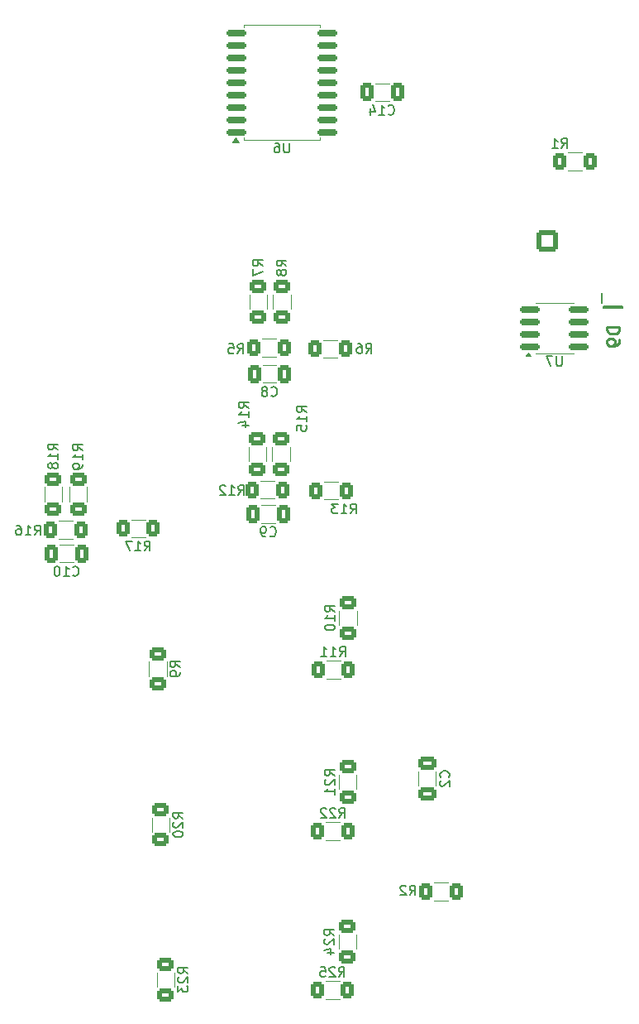
<source format=gbr>
%TF.GenerationSoftware,KiCad,Pcbnew,9.0.0*%
%TF.CreationDate,2025-03-14T13:06:40-07:00*%
%TF.ProjectId,AMS - CANBus - Dinger,414d5320-2d20-4434-914e-427573202d20,rev?*%
%TF.SameCoordinates,Original*%
%TF.FileFunction,Legend,Bot*%
%TF.FilePolarity,Positive*%
%FSLAX46Y46*%
G04 Gerber Fmt 4.6, Leading zero omitted, Abs format (unit mm)*
G04 Created by KiCad (PCBNEW 9.0.0) date 2025-03-14 13:06:40*
%MOMM*%
%LPD*%
G01*
G04 APERTURE LIST*
G04 Aperture macros list*
%AMRoundRect*
0 Rectangle with rounded corners*
0 $1 Rounding radius*
0 $2 $3 $4 $5 $6 $7 $8 $9 X,Y pos of 4 corners*
0 Add a 4 corners polygon primitive as box body*
4,1,4,$2,$3,$4,$5,$6,$7,$8,$9,$2,$3,0*
0 Add four circle primitives for the rounded corners*
1,1,$1+$1,$2,$3*
1,1,$1+$1,$4,$5*
1,1,$1+$1,$6,$7*
1,1,$1+$1,$8,$9*
0 Add four rect primitives between the rounded corners*
20,1,$1+$1,$2,$3,$4,$5,0*
20,1,$1+$1,$4,$5,$6,$7,0*
20,1,$1+$1,$6,$7,$8,$9,0*
20,1,$1+$1,$8,$9,$2,$3,0*%
G04 Aperture macros list end*
%ADD10C,0.150000*%
%ADD11C,0.254000*%
%ADD12C,0.120000*%
%ADD13C,0.200000*%
%ADD14RoundRect,0.250000X0.650000X-0.412500X0.650000X0.412500X-0.650000X0.412500X-0.650000X-0.412500X0*%
%ADD15O,1.050000X1.500000*%
%ADD16R,1.050000X1.500000*%
%ADD17RoundRect,0.250000X-0.400000X-0.625000X0.400000X-0.625000X0.400000X0.625000X-0.400000X0.625000X0*%
%ADD18RoundRect,0.250000X-0.625000X0.400000X-0.625000X-0.400000X0.625000X-0.400000X0.625000X0.400000X0*%
%ADD19O,1.600000X1.600000*%
%ADD20R,1.600000X1.600000*%
%ADD21RoundRect,0.250000X0.625000X-0.400000X0.625000X0.400000X-0.625000X0.400000X-0.625000X-0.400000X0*%
%ADD22RoundRect,0.250000X0.400000X0.625000X-0.400000X0.625000X-0.400000X-0.625000X0.400000X-0.625000X0*%
%ADD23O,2.600000X2.600000*%
%ADD24R,2.600000X2.600000*%
%ADD25C,1.920000*%
%ADD26R,1.920000X1.920000*%
%ADD27O,1.500000X1.050000*%
%ADD28R,1.500000X1.050000*%
%ADD29C,1.150000*%
%ADD30R,1.150000X1.150000*%
%ADD31C,2.600000*%
%ADD32C,1.800000*%
%ADD33R,1.800000X1.800000*%
%ADD34O,1.700000X1.700000*%
%ADD35R,1.700000X1.700000*%
%ADD36R,1.500000X1.500000*%
%ADD37C,1.500000*%
%ADD38C,1.400000*%
%ADD39O,1.400000X1.400000*%
%ADD40C,2.400000*%
%ADD41C,2.100000*%
%ADD42R,2.200000X2.200000*%
%ADD43O,2.200000X2.200000*%
%ADD44RoundRect,0.249999X-0.850001X-0.850001X0.850001X-0.850001X0.850001X0.850001X-0.850001X0.850001X0*%
%ADD45C,2.200000*%
%ADD46RoundRect,0.150000X-0.825000X-0.150000X0.825000X-0.150000X0.825000X0.150000X-0.825000X0.150000X0*%
%ADD47RoundRect,0.250000X-0.412500X-0.650000X0.412500X-0.650000X0.412500X0.650000X-0.412500X0.650000X0*%
%ADD48R,0.550000X1.000000*%
%ADD49RoundRect,0.150000X-0.875000X-0.150000X0.875000X-0.150000X0.875000X0.150000X-0.875000X0.150000X0*%
G04 APERTURE END LIST*
D10*
X121433780Y-121106433D02*
X121481400Y-121058814D01*
X121481400Y-121058814D02*
X121529019Y-120915957D01*
X121529019Y-120915957D02*
X121529019Y-120820719D01*
X121529019Y-120820719D02*
X121481400Y-120677862D01*
X121481400Y-120677862D02*
X121386161Y-120582624D01*
X121386161Y-120582624D02*
X121290923Y-120535005D01*
X121290923Y-120535005D02*
X121100447Y-120487386D01*
X121100447Y-120487386D02*
X120957590Y-120487386D01*
X120957590Y-120487386D02*
X120767114Y-120535005D01*
X120767114Y-120535005D02*
X120671876Y-120582624D01*
X120671876Y-120582624D02*
X120576638Y-120677862D01*
X120576638Y-120677862D02*
X120529019Y-120820719D01*
X120529019Y-120820719D02*
X120529019Y-120915957D01*
X120529019Y-120915957D02*
X120576638Y-121058814D01*
X120576638Y-121058814D02*
X120624257Y-121106433D01*
X120624257Y-121487386D02*
X120576638Y-121535005D01*
X120576638Y-121535005D02*
X120529019Y-121630243D01*
X120529019Y-121630243D02*
X120529019Y-121868338D01*
X120529019Y-121868338D02*
X120576638Y-121963576D01*
X120576638Y-121963576D02*
X120624257Y-122011195D01*
X120624257Y-122011195D02*
X120719495Y-122058814D01*
X120719495Y-122058814D02*
X120814733Y-122058814D01*
X120814733Y-122058814D02*
X120957590Y-122011195D01*
X120957590Y-122011195D02*
X121529019Y-121439767D01*
X121529019Y-121439767D02*
X121529019Y-122058814D01*
X99822104Y-77787348D02*
X100155437Y-77311157D01*
X100393532Y-77787348D02*
X100393532Y-76787348D01*
X100393532Y-76787348D02*
X100012580Y-76787348D01*
X100012580Y-76787348D02*
X99917342Y-76834967D01*
X99917342Y-76834967D02*
X99869723Y-76882586D01*
X99869723Y-76882586D02*
X99822104Y-76977824D01*
X99822104Y-76977824D02*
X99822104Y-77120681D01*
X99822104Y-77120681D02*
X99869723Y-77215919D01*
X99869723Y-77215919D02*
X99917342Y-77263538D01*
X99917342Y-77263538D02*
X100012580Y-77311157D01*
X100012580Y-77311157D02*
X100393532Y-77311157D01*
X98917342Y-76787348D02*
X99393532Y-76787348D01*
X99393532Y-76787348D02*
X99441151Y-77263538D01*
X99441151Y-77263538D02*
X99393532Y-77215919D01*
X99393532Y-77215919D02*
X99298294Y-77168300D01*
X99298294Y-77168300D02*
X99060199Y-77168300D01*
X99060199Y-77168300D02*
X98964961Y-77215919D01*
X98964961Y-77215919D02*
X98917342Y-77263538D01*
X98917342Y-77263538D02*
X98869723Y-77358776D01*
X98869723Y-77358776D02*
X98869723Y-77596871D01*
X98869723Y-77596871D02*
X98917342Y-77692109D01*
X98917342Y-77692109D02*
X98964961Y-77739729D01*
X98964961Y-77739729D02*
X99060199Y-77787348D01*
X99060199Y-77787348D02*
X99298294Y-77787348D01*
X99298294Y-77787348D02*
X99393532Y-77739729D01*
X99393532Y-77739729D02*
X99441151Y-77692109D01*
X102383231Y-68810348D02*
X101907040Y-68477015D01*
X102383231Y-68238920D02*
X101383231Y-68238920D01*
X101383231Y-68238920D02*
X101383231Y-68619872D01*
X101383231Y-68619872D02*
X101430850Y-68715110D01*
X101430850Y-68715110D02*
X101478469Y-68762729D01*
X101478469Y-68762729D02*
X101573707Y-68810348D01*
X101573707Y-68810348D02*
X101716564Y-68810348D01*
X101716564Y-68810348D02*
X101811802Y-68762729D01*
X101811802Y-68762729D02*
X101859421Y-68715110D01*
X101859421Y-68715110D02*
X101907040Y-68619872D01*
X101907040Y-68619872D02*
X101907040Y-68238920D01*
X101383231Y-69143682D02*
X101383231Y-69810348D01*
X101383231Y-69810348D02*
X102383231Y-69381777D01*
X104812904Y-68826319D02*
X104336713Y-68492986D01*
X104812904Y-68254891D02*
X103812904Y-68254891D01*
X103812904Y-68254891D02*
X103812904Y-68635843D01*
X103812904Y-68635843D02*
X103860523Y-68731081D01*
X103860523Y-68731081D02*
X103908142Y-68778700D01*
X103908142Y-68778700D02*
X104003380Y-68826319D01*
X104003380Y-68826319D02*
X104146237Y-68826319D01*
X104146237Y-68826319D02*
X104241475Y-68778700D01*
X104241475Y-68778700D02*
X104289094Y-68731081D01*
X104289094Y-68731081D02*
X104336713Y-68635843D01*
X104336713Y-68635843D02*
X104336713Y-68254891D01*
X104241475Y-69397748D02*
X104193856Y-69302510D01*
X104193856Y-69302510D02*
X104146237Y-69254891D01*
X104146237Y-69254891D02*
X104050999Y-69207272D01*
X104050999Y-69207272D02*
X104003380Y-69207272D01*
X104003380Y-69207272D02*
X103908142Y-69254891D01*
X103908142Y-69254891D02*
X103860523Y-69302510D01*
X103860523Y-69302510D02*
X103812904Y-69397748D01*
X103812904Y-69397748D02*
X103812904Y-69588224D01*
X103812904Y-69588224D02*
X103860523Y-69683462D01*
X103860523Y-69683462D02*
X103908142Y-69731081D01*
X103908142Y-69731081D02*
X104003380Y-69778700D01*
X104003380Y-69778700D02*
X104050999Y-69778700D01*
X104050999Y-69778700D02*
X104146237Y-69731081D01*
X104146237Y-69731081D02*
X104193856Y-69683462D01*
X104193856Y-69683462D02*
X104241475Y-69588224D01*
X104241475Y-69588224D02*
X104241475Y-69397748D01*
X104241475Y-69397748D02*
X104289094Y-69302510D01*
X104289094Y-69302510D02*
X104336713Y-69254891D01*
X104336713Y-69254891D02*
X104431951Y-69207272D01*
X104431951Y-69207272D02*
X104622427Y-69207272D01*
X104622427Y-69207272D02*
X104717665Y-69254891D01*
X104717665Y-69254891D02*
X104765285Y-69302510D01*
X104765285Y-69302510D02*
X104812904Y-69397748D01*
X104812904Y-69397748D02*
X104812904Y-69588224D01*
X104812904Y-69588224D02*
X104765285Y-69683462D01*
X104765285Y-69683462D02*
X104717665Y-69731081D01*
X104717665Y-69731081D02*
X104622427Y-69778700D01*
X104622427Y-69778700D02*
X104431951Y-69778700D01*
X104431951Y-69778700D02*
X104336713Y-69731081D01*
X104336713Y-69731081D02*
X104289094Y-69683462D01*
X104289094Y-69683462D02*
X104241475Y-69588224D01*
X109733119Y-120962042D02*
X109256928Y-120628709D01*
X109733119Y-120390614D02*
X108733119Y-120390614D01*
X108733119Y-120390614D02*
X108733119Y-120771566D01*
X108733119Y-120771566D02*
X108780738Y-120866804D01*
X108780738Y-120866804D02*
X108828357Y-120914423D01*
X108828357Y-120914423D02*
X108923595Y-120962042D01*
X108923595Y-120962042D02*
X109066452Y-120962042D01*
X109066452Y-120962042D02*
X109161690Y-120914423D01*
X109161690Y-120914423D02*
X109209309Y-120866804D01*
X109209309Y-120866804D02*
X109256928Y-120771566D01*
X109256928Y-120771566D02*
X109256928Y-120390614D01*
X108828357Y-121342995D02*
X108780738Y-121390614D01*
X108780738Y-121390614D02*
X108733119Y-121485852D01*
X108733119Y-121485852D02*
X108733119Y-121723947D01*
X108733119Y-121723947D02*
X108780738Y-121819185D01*
X108780738Y-121819185D02*
X108828357Y-121866804D01*
X108828357Y-121866804D02*
X108923595Y-121914423D01*
X108923595Y-121914423D02*
X109018833Y-121914423D01*
X109018833Y-121914423D02*
X109161690Y-121866804D01*
X109161690Y-121866804D02*
X109733119Y-121295376D01*
X109733119Y-121295376D02*
X109733119Y-121914423D01*
X109733119Y-122866804D02*
X109733119Y-122295376D01*
X109733119Y-122581090D02*
X108733119Y-122581090D01*
X108733119Y-122581090D02*
X108875976Y-122485852D01*
X108875976Y-122485852D02*
X108971214Y-122390614D01*
X108971214Y-122390614D02*
X109018833Y-122295376D01*
X94219019Y-125326342D02*
X93742828Y-124993009D01*
X94219019Y-124754914D02*
X93219019Y-124754914D01*
X93219019Y-124754914D02*
X93219019Y-125135866D01*
X93219019Y-125135866D02*
X93266638Y-125231104D01*
X93266638Y-125231104D02*
X93314257Y-125278723D01*
X93314257Y-125278723D02*
X93409495Y-125326342D01*
X93409495Y-125326342D02*
X93552352Y-125326342D01*
X93552352Y-125326342D02*
X93647590Y-125278723D01*
X93647590Y-125278723D02*
X93695209Y-125231104D01*
X93695209Y-125231104D02*
X93742828Y-125135866D01*
X93742828Y-125135866D02*
X93742828Y-124754914D01*
X93314257Y-125707295D02*
X93266638Y-125754914D01*
X93266638Y-125754914D02*
X93219019Y-125850152D01*
X93219019Y-125850152D02*
X93219019Y-126088247D01*
X93219019Y-126088247D02*
X93266638Y-126183485D01*
X93266638Y-126183485D02*
X93314257Y-126231104D01*
X93314257Y-126231104D02*
X93409495Y-126278723D01*
X93409495Y-126278723D02*
X93504733Y-126278723D01*
X93504733Y-126278723D02*
X93647590Y-126231104D01*
X93647590Y-126231104D02*
X94219019Y-125659676D01*
X94219019Y-125659676D02*
X94219019Y-126278723D01*
X93219019Y-126897771D02*
X93219019Y-126993009D01*
X93219019Y-126993009D02*
X93266638Y-127088247D01*
X93266638Y-127088247D02*
X93314257Y-127135866D01*
X93314257Y-127135866D02*
X93409495Y-127183485D01*
X93409495Y-127183485D02*
X93599971Y-127231104D01*
X93599971Y-127231104D02*
X93838066Y-127231104D01*
X93838066Y-127231104D02*
X94028542Y-127183485D01*
X94028542Y-127183485D02*
X94123780Y-127135866D01*
X94123780Y-127135866D02*
X94171400Y-127088247D01*
X94171400Y-127088247D02*
X94219019Y-126993009D01*
X94219019Y-126993009D02*
X94219019Y-126897771D01*
X94219019Y-126897771D02*
X94171400Y-126802533D01*
X94171400Y-126802533D02*
X94123780Y-126754914D01*
X94123780Y-126754914D02*
X94028542Y-126707295D01*
X94028542Y-126707295D02*
X93838066Y-126659676D01*
X93838066Y-126659676D02*
X93599971Y-126659676D01*
X93599971Y-126659676D02*
X93409495Y-126707295D01*
X93409495Y-126707295D02*
X93314257Y-126754914D01*
X93314257Y-126754914D02*
X93266638Y-126802533D01*
X93266638Y-126802533D02*
X93219019Y-126897771D01*
X110221357Y-125255619D02*
X110554690Y-124779428D01*
X110792785Y-125255619D02*
X110792785Y-124255619D01*
X110792785Y-124255619D02*
X110411833Y-124255619D01*
X110411833Y-124255619D02*
X110316595Y-124303238D01*
X110316595Y-124303238D02*
X110268976Y-124350857D01*
X110268976Y-124350857D02*
X110221357Y-124446095D01*
X110221357Y-124446095D02*
X110221357Y-124588952D01*
X110221357Y-124588952D02*
X110268976Y-124684190D01*
X110268976Y-124684190D02*
X110316595Y-124731809D01*
X110316595Y-124731809D02*
X110411833Y-124779428D01*
X110411833Y-124779428D02*
X110792785Y-124779428D01*
X109840404Y-124350857D02*
X109792785Y-124303238D01*
X109792785Y-124303238D02*
X109697547Y-124255619D01*
X109697547Y-124255619D02*
X109459452Y-124255619D01*
X109459452Y-124255619D02*
X109364214Y-124303238D01*
X109364214Y-124303238D02*
X109316595Y-124350857D01*
X109316595Y-124350857D02*
X109268976Y-124446095D01*
X109268976Y-124446095D02*
X109268976Y-124541333D01*
X109268976Y-124541333D02*
X109316595Y-124684190D01*
X109316595Y-124684190D02*
X109888023Y-125255619D01*
X109888023Y-125255619D02*
X109268976Y-125255619D01*
X108888023Y-124350857D02*
X108840404Y-124303238D01*
X108840404Y-124303238D02*
X108745166Y-124255619D01*
X108745166Y-124255619D02*
X108507071Y-124255619D01*
X108507071Y-124255619D02*
X108411833Y-124303238D01*
X108411833Y-124303238D02*
X108364214Y-124350857D01*
X108364214Y-124350857D02*
X108316595Y-124446095D01*
X108316595Y-124446095D02*
X108316595Y-124541333D01*
X108316595Y-124541333D02*
X108364214Y-124684190D01*
X108364214Y-124684190D02*
X108935642Y-125255619D01*
X108935642Y-125255619D02*
X108316595Y-125255619D01*
X109699919Y-137280542D02*
X109223728Y-136947209D01*
X109699919Y-136709114D02*
X108699919Y-136709114D01*
X108699919Y-136709114D02*
X108699919Y-137090066D01*
X108699919Y-137090066D02*
X108747538Y-137185304D01*
X108747538Y-137185304D02*
X108795157Y-137232923D01*
X108795157Y-137232923D02*
X108890395Y-137280542D01*
X108890395Y-137280542D02*
X109033252Y-137280542D01*
X109033252Y-137280542D02*
X109128490Y-137232923D01*
X109128490Y-137232923D02*
X109176109Y-137185304D01*
X109176109Y-137185304D02*
X109223728Y-137090066D01*
X109223728Y-137090066D02*
X109223728Y-136709114D01*
X108795157Y-137661495D02*
X108747538Y-137709114D01*
X108747538Y-137709114D02*
X108699919Y-137804352D01*
X108699919Y-137804352D02*
X108699919Y-138042447D01*
X108699919Y-138042447D02*
X108747538Y-138137685D01*
X108747538Y-138137685D02*
X108795157Y-138185304D01*
X108795157Y-138185304D02*
X108890395Y-138232923D01*
X108890395Y-138232923D02*
X108985633Y-138232923D01*
X108985633Y-138232923D02*
X109128490Y-138185304D01*
X109128490Y-138185304D02*
X109699919Y-137613876D01*
X109699919Y-137613876D02*
X109699919Y-138232923D01*
X109033252Y-139090066D02*
X109699919Y-139090066D01*
X108652300Y-138851971D02*
X109366585Y-138613876D01*
X109366585Y-138613876D02*
X109366585Y-139232923D01*
X109755619Y-104180942D02*
X109279428Y-103847609D01*
X109755619Y-103609514D02*
X108755619Y-103609514D01*
X108755619Y-103609514D02*
X108755619Y-103990466D01*
X108755619Y-103990466D02*
X108803238Y-104085704D01*
X108803238Y-104085704D02*
X108850857Y-104133323D01*
X108850857Y-104133323D02*
X108946095Y-104180942D01*
X108946095Y-104180942D02*
X109088952Y-104180942D01*
X109088952Y-104180942D02*
X109184190Y-104133323D01*
X109184190Y-104133323D02*
X109231809Y-104085704D01*
X109231809Y-104085704D02*
X109279428Y-103990466D01*
X109279428Y-103990466D02*
X109279428Y-103609514D01*
X109755619Y-105133323D02*
X109755619Y-104561895D01*
X109755619Y-104847609D02*
X108755619Y-104847609D01*
X108755619Y-104847609D02*
X108898476Y-104752371D01*
X108898476Y-104752371D02*
X108993714Y-104657133D01*
X108993714Y-104657133D02*
X109041333Y-104561895D01*
X108755619Y-105752371D02*
X108755619Y-105847609D01*
X108755619Y-105847609D02*
X108803238Y-105942847D01*
X108803238Y-105942847D02*
X108850857Y-105990466D01*
X108850857Y-105990466D02*
X108946095Y-106038085D01*
X108946095Y-106038085D02*
X109136571Y-106085704D01*
X109136571Y-106085704D02*
X109374666Y-106085704D01*
X109374666Y-106085704D02*
X109565142Y-106038085D01*
X109565142Y-106038085D02*
X109660380Y-105990466D01*
X109660380Y-105990466D02*
X109708000Y-105942847D01*
X109708000Y-105942847D02*
X109755619Y-105847609D01*
X109755619Y-105847609D02*
X109755619Y-105752371D01*
X109755619Y-105752371D02*
X109708000Y-105657133D01*
X109708000Y-105657133D02*
X109660380Y-105609514D01*
X109660380Y-105609514D02*
X109565142Y-105561895D01*
X109565142Y-105561895D02*
X109374666Y-105514276D01*
X109374666Y-105514276D02*
X109136571Y-105514276D01*
X109136571Y-105514276D02*
X108946095Y-105561895D01*
X108946095Y-105561895D02*
X108850857Y-105609514D01*
X108850857Y-105609514D02*
X108803238Y-105657133D01*
X108803238Y-105657133D02*
X108755619Y-105752371D01*
X93914519Y-109866533D02*
X93438328Y-109533200D01*
X93914519Y-109295105D02*
X92914519Y-109295105D01*
X92914519Y-109295105D02*
X92914519Y-109676057D01*
X92914519Y-109676057D02*
X92962138Y-109771295D01*
X92962138Y-109771295D02*
X93009757Y-109818914D01*
X93009757Y-109818914D02*
X93104995Y-109866533D01*
X93104995Y-109866533D02*
X93247852Y-109866533D01*
X93247852Y-109866533D02*
X93343090Y-109818914D01*
X93343090Y-109818914D02*
X93390709Y-109771295D01*
X93390709Y-109771295D02*
X93438328Y-109676057D01*
X93438328Y-109676057D02*
X93438328Y-109295105D01*
X93914519Y-110342724D02*
X93914519Y-110533200D01*
X93914519Y-110533200D02*
X93866900Y-110628438D01*
X93866900Y-110628438D02*
X93819280Y-110676057D01*
X93819280Y-110676057D02*
X93676423Y-110771295D01*
X93676423Y-110771295D02*
X93485947Y-110818914D01*
X93485947Y-110818914D02*
X93104995Y-110818914D01*
X93104995Y-110818914D02*
X93009757Y-110771295D01*
X93009757Y-110771295D02*
X92962138Y-110723676D01*
X92962138Y-110723676D02*
X92914519Y-110628438D01*
X92914519Y-110628438D02*
X92914519Y-110437962D01*
X92914519Y-110437962D02*
X92962138Y-110342724D01*
X92962138Y-110342724D02*
X93009757Y-110295105D01*
X93009757Y-110295105D02*
X93104995Y-110247486D01*
X93104995Y-110247486D02*
X93343090Y-110247486D01*
X93343090Y-110247486D02*
X93438328Y-110295105D01*
X93438328Y-110295105D02*
X93485947Y-110342724D01*
X93485947Y-110342724D02*
X93533566Y-110437962D01*
X93533566Y-110437962D02*
X93533566Y-110628438D01*
X93533566Y-110628438D02*
X93485947Y-110723676D01*
X93485947Y-110723676D02*
X93438328Y-110771295D01*
X93438328Y-110771295D02*
X93343090Y-110818914D01*
X94724319Y-141185342D02*
X94248128Y-140852009D01*
X94724319Y-140613914D02*
X93724319Y-140613914D01*
X93724319Y-140613914D02*
X93724319Y-140994866D01*
X93724319Y-140994866D02*
X93771938Y-141090104D01*
X93771938Y-141090104D02*
X93819557Y-141137723D01*
X93819557Y-141137723D02*
X93914795Y-141185342D01*
X93914795Y-141185342D02*
X94057652Y-141185342D01*
X94057652Y-141185342D02*
X94152890Y-141137723D01*
X94152890Y-141137723D02*
X94200509Y-141090104D01*
X94200509Y-141090104D02*
X94248128Y-140994866D01*
X94248128Y-140994866D02*
X94248128Y-140613914D01*
X93819557Y-141566295D02*
X93771938Y-141613914D01*
X93771938Y-141613914D02*
X93724319Y-141709152D01*
X93724319Y-141709152D02*
X93724319Y-141947247D01*
X93724319Y-141947247D02*
X93771938Y-142042485D01*
X93771938Y-142042485D02*
X93819557Y-142090104D01*
X93819557Y-142090104D02*
X93914795Y-142137723D01*
X93914795Y-142137723D02*
X94010033Y-142137723D01*
X94010033Y-142137723D02*
X94152890Y-142090104D01*
X94152890Y-142090104D02*
X94724319Y-141518676D01*
X94724319Y-141518676D02*
X94724319Y-142137723D01*
X93724319Y-142471057D02*
X93724319Y-143090104D01*
X93724319Y-143090104D02*
X94105271Y-142756771D01*
X94105271Y-142756771D02*
X94105271Y-142899628D01*
X94105271Y-142899628D02*
X94152890Y-142994866D01*
X94152890Y-142994866D02*
X94200509Y-143042485D01*
X94200509Y-143042485D02*
X94295747Y-143090104D01*
X94295747Y-143090104D02*
X94533842Y-143090104D01*
X94533842Y-143090104D02*
X94629080Y-143042485D01*
X94629080Y-143042485D02*
X94676700Y-142994866D01*
X94676700Y-142994866D02*
X94724319Y-142899628D01*
X94724319Y-142899628D02*
X94724319Y-142613914D01*
X94724319Y-142613914D02*
X94676700Y-142518676D01*
X94676700Y-142518676D02*
X94629080Y-142471057D01*
X110261257Y-108746819D02*
X110594590Y-108270628D01*
X110832685Y-108746819D02*
X110832685Y-107746819D01*
X110832685Y-107746819D02*
X110451733Y-107746819D01*
X110451733Y-107746819D02*
X110356495Y-107794438D01*
X110356495Y-107794438D02*
X110308876Y-107842057D01*
X110308876Y-107842057D02*
X110261257Y-107937295D01*
X110261257Y-107937295D02*
X110261257Y-108080152D01*
X110261257Y-108080152D02*
X110308876Y-108175390D01*
X110308876Y-108175390D02*
X110356495Y-108223009D01*
X110356495Y-108223009D02*
X110451733Y-108270628D01*
X110451733Y-108270628D02*
X110832685Y-108270628D01*
X109308876Y-108746819D02*
X109880304Y-108746819D01*
X109594590Y-108746819D02*
X109594590Y-107746819D01*
X109594590Y-107746819D02*
X109689828Y-107889676D01*
X109689828Y-107889676D02*
X109785066Y-107984914D01*
X109785066Y-107984914D02*
X109880304Y-108032533D01*
X108356495Y-108746819D02*
X108927923Y-108746819D01*
X108642209Y-108746819D02*
X108642209Y-107746819D01*
X108642209Y-107746819D02*
X108737447Y-107889676D01*
X108737447Y-107889676D02*
X108832685Y-107984914D01*
X108832685Y-107984914D02*
X108927923Y-108032533D01*
X110172957Y-141528819D02*
X110506290Y-141052628D01*
X110744385Y-141528819D02*
X110744385Y-140528819D01*
X110744385Y-140528819D02*
X110363433Y-140528819D01*
X110363433Y-140528819D02*
X110268195Y-140576438D01*
X110268195Y-140576438D02*
X110220576Y-140624057D01*
X110220576Y-140624057D02*
X110172957Y-140719295D01*
X110172957Y-140719295D02*
X110172957Y-140862152D01*
X110172957Y-140862152D02*
X110220576Y-140957390D01*
X110220576Y-140957390D02*
X110268195Y-141005009D01*
X110268195Y-141005009D02*
X110363433Y-141052628D01*
X110363433Y-141052628D02*
X110744385Y-141052628D01*
X109792004Y-140624057D02*
X109744385Y-140576438D01*
X109744385Y-140576438D02*
X109649147Y-140528819D01*
X109649147Y-140528819D02*
X109411052Y-140528819D01*
X109411052Y-140528819D02*
X109315814Y-140576438D01*
X109315814Y-140576438D02*
X109268195Y-140624057D01*
X109268195Y-140624057D02*
X109220576Y-140719295D01*
X109220576Y-140719295D02*
X109220576Y-140814533D01*
X109220576Y-140814533D02*
X109268195Y-140957390D01*
X109268195Y-140957390D02*
X109839623Y-141528819D01*
X109839623Y-141528819D02*
X109220576Y-141528819D01*
X108315814Y-140528819D02*
X108792004Y-140528819D01*
X108792004Y-140528819D02*
X108839623Y-141005009D01*
X108839623Y-141005009D02*
X108792004Y-140957390D01*
X108792004Y-140957390D02*
X108696766Y-140909771D01*
X108696766Y-140909771D02*
X108458671Y-140909771D01*
X108458671Y-140909771D02*
X108363433Y-140957390D01*
X108363433Y-140957390D02*
X108315814Y-141005009D01*
X108315814Y-141005009D02*
X108268195Y-141100247D01*
X108268195Y-141100247D02*
X108268195Y-141338342D01*
X108268195Y-141338342D02*
X108315814Y-141433580D01*
X108315814Y-141433580D02*
X108363433Y-141481200D01*
X108363433Y-141481200D02*
X108458671Y-141528819D01*
X108458671Y-141528819D02*
X108696766Y-141528819D01*
X108696766Y-141528819D02*
X108792004Y-141481200D01*
X108792004Y-141481200D02*
X108839623Y-141433580D01*
X117440695Y-133191685D02*
X117774028Y-132715494D01*
X118012123Y-133191685D02*
X118012123Y-132191685D01*
X118012123Y-132191685D02*
X117631171Y-132191685D01*
X117631171Y-132191685D02*
X117535933Y-132239304D01*
X117535933Y-132239304D02*
X117488314Y-132286923D01*
X117488314Y-132286923D02*
X117440695Y-132382161D01*
X117440695Y-132382161D02*
X117440695Y-132525018D01*
X117440695Y-132525018D02*
X117488314Y-132620256D01*
X117488314Y-132620256D02*
X117535933Y-132667875D01*
X117535933Y-132667875D02*
X117631171Y-132715494D01*
X117631171Y-132715494D02*
X118012123Y-132715494D01*
X117059742Y-132286923D02*
X117012123Y-132239304D01*
X117012123Y-132239304D02*
X116916885Y-132191685D01*
X116916885Y-132191685D02*
X116678790Y-132191685D01*
X116678790Y-132191685D02*
X116583552Y-132239304D01*
X116583552Y-132239304D02*
X116535933Y-132286923D01*
X116535933Y-132286923D02*
X116488314Y-132382161D01*
X116488314Y-132382161D02*
X116488314Y-132477399D01*
X116488314Y-132477399D02*
X116535933Y-132620256D01*
X116535933Y-132620256D02*
X117107361Y-133191685D01*
X117107361Y-133191685D02*
X116488314Y-133191685D01*
X99889791Y-92236754D02*
X100223124Y-91760563D01*
X100461219Y-92236754D02*
X100461219Y-91236754D01*
X100461219Y-91236754D02*
X100080267Y-91236754D01*
X100080267Y-91236754D02*
X99985029Y-91284373D01*
X99985029Y-91284373D02*
X99937410Y-91331992D01*
X99937410Y-91331992D02*
X99889791Y-91427230D01*
X99889791Y-91427230D02*
X99889791Y-91570087D01*
X99889791Y-91570087D02*
X99937410Y-91665325D01*
X99937410Y-91665325D02*
X99985029Y-91712944D01*
X99985029Y-91712944D02*
X100080267Y-91760563D01*
X100080267Y-91760563D02*
X100461219Y-91760563D01*
X98937410Y-92236754D02*
X99508838Y-92236754D01*
X99223124Y-92236754D02*
X99223124Y-91236754D01*
X99223124Y-91236754D02*
X99318362Y-91379611D01*
X99318362Y-91379611D02*
X99413600Y-91474849D01*
X99413600Y-91474849D02*
X99508838Y-91522468D01*
X98556457Y-91331992D02*
X98508838Y-91284373D01*
X98508838Y-91284373D02*
X98413600Y-91236754D01*
X98413600Y-91236754D02*
X98175505Y-91236754D01*
X98175505Y-91236754D02*
X98080267Y-91284373D01*
X98080267Y-91284373D02*
X98032648Y-91331992D01*
X98032648Y-91331992D02*
X97985029Y-91427230D01*
X97985029Y-91427230D02*
X97985029Y-91522468D01*
X97985029Y-91522468D02*
X98032648Y-91665325D01*
X98032648Y-91665325D02*
X98604076Y-92236754D01*
X98604076Y-92236754D02*
X97985029Y-92236754D01*
X106898866Y-83792885D02*
X106422675Y-83459552D01*
X106898866Y-83221457D02*
X105898866Y-83221457D01*
X105898866Y-83221457D02*
X105898866Y-83602409D01*
X105898866Y-83602409D02*
X105946485Y-83697647D01*
X105946485Y-83697647D02*
X105994104Y-83745266D01*
X105994104Y-83745266D02*
X106089342Y-83792885D01*
X106089342Y-83792885D02*
X106232199Y-83792885D01*
X106232199Y-83792885D02*
X106327437Y-83745266D01*
X106327437Y-83745266D02*
X106375056Y-83697647D01*
X106375056Y-83697647D02*
X106422675Y-83602409D01*
X106422675Y-83602409D02*
X106422675Y-83221457D01*
X106898866Y-84745266D02*
X106898866Y-84173838D01*
X106898866Y-84459552D02*
X105898866Y-84459552D01*
X105898866Y-84459552D02*
X106041723Y-84364314D01*
X106041723Y-84364314D02*
X106136961Y-84269076D01*
X106136961Y-84269076D02*
X106184580Y-84173838D01*
X105898866Y-85650028D02*
X105898866Y-85173838D01*
X105898866Y-85173838D02*
X106375056Y-85126219D01*
X106375056Y-85126219D02*
X106327437Y-85173838D01*
X106327437Y-85173838D02*
X106279818Y-85269076D01*
X106279818Y-85269076D02*
X106279818Y-85507171D01*
X106279818Y-85507171D02*
X106327437Y-85602409D01*
X106327437Y-85602409D02*
X106375056Y-85650028D01*
X106375056Y-85650028D02*
X106470294Y-85697647D01*
X106470294Y-85697647D02*
X106708389Y-85697647D01*
X106708389Y-85697647D02*
X106803627Y-85650028D01*
X106803627Y-85650028D02*
X106851247Y-85602409D01*
X106851247Y-85602409D02*
X106898866Y-85507171D01*
X106898866Y-85507171D02*
X106898866Y-85269076D01*
X106898866Y-85269076D02*
X106851247Y-85173838D01*
X106851247Y-85173838D02*
X106803627Y-85126219D01*
X133031904Y-78069519D02*
X133031904Y-78879042D01*
X133031904Y-78879042D02*
X132984285Y-78974280D01*
X132984285Y-78974280D02*
X132936666Y-79021900D01*
X132936666Y-79021900D02*
X132841428Y-79069519D01*
X132841428Y-79069519D02*
X132650952Y-79069519D01*
X132650952Y-79069519D02*
X132555714Y-79021900D01*
X132555714Y-79021900D02*
X132508095Y-78974280D01*
X132508095Y-78974280D02*
X132460476Y-78879042D01*
X132460476Y-78879042D02*
X132460476Y-78069519D01*
X132079523Y-78069519D02*
X131412857Y-78069519D01*
X131412857Y-78069519D02*
X131841428Y-79069519D01*
X111374461Y-94154420D02*
X111707794Y-93678229D01*
X111945889Y-94154420D02*
X111945889Y-93154420D01*
X111945889Y-93154420D02*
X111564937Y-93154420D01*
X111564937Y-93154420D02*
X111469699Y-93202039D01*
X111469699Y-93202039D02*
X111422080Y-93249658D01*
X111422080Y-93249658D02*
X111374461Y-93344896D01*
X111374461Y-93344896D02*
X111374461Y-93487753D01*
X111374461Y-93487753D02*
X111422080Y-93582991D01*
X111422080Y-93582991D02*
X111469699Y-93630610D01*
X111469699Y-93630610D02*
X111564937Y-93678229D01*
X111564937Y-93678229D02*
X111945889Y-93678229D01*
X110422080Y-94154420D02*
X110993508Y-94154420D01*
X110707794Y-94154420D02*
X110707794Y-93154420D01*
X110707794Y-93154420D02*
X110803032Y-93297277D01*
X110803032Y-93297277D02*
X110898270Y-93392515D01*
X110898270Y-93392515D02*
X110993508Y-93440134D01*
X110088746Y-93154420D02*
X109469699Y-93154420D01*
X109469699Y-93154420D02*
X109803032Y-93535372D01*
X109803032Y-93535372D02*
X109660175Y-93535372D01*
X109660175Y-93535372D02*
X109564937Y-93582991D01*
X109564937Y-93582991D02*
X109517318Y-93630610D01*
X109517318Y-93630610D02*
X109469699Y-93725848D01*
X109469699Y-93725848D02*
X109469699Y-93963943D01*
X109469699Y-93963943D02*
X109517318Y-94059181D01*
X109517318Y-94059181D02*
X109564937Y-94106801D01*
X109564937Y-94106801D02*
X109660175Y-94154420D01*
X109660175Y-94154420D02*
X109945889Y-94154420D01*
X109945889Y-94154420D02*
X110041127Y-94106801D01*
X110041127Y-94106801D02*
X110088746Y-94059181D01*
X115253757Y-53272080D02*
X115301376Y-53319700D01*
X115301376Y-53319700D02*
X115444233Y-53367319D01*
X115444233Y-53367319D02*
X115539471Y-53367319D01*
X115539471Y-53367319D02*
X115682328Y-53319700D01*
X115682328Y-53319700D02*
X115777566Y-53224461D01*
X115777566Y-53224461D02*
X115825185Y-53129223D01*
X115825185Y-53129223D02*
X115872804Y-52938747D01*
X115872804Y-52938747D02*
X115872804Y-52795890D01*
X115872804Y-52795890D02*
X115825185Y-52605414D01*
X115825185Y-52605414D02*
X115777566Y-52510176D01*
X115777566Y-52510176D02*
X115682328Y-52414938D01*
X115682328Y-52414938D02*
X115539471Y-52367319D01*
X115539471Y-52367319D02*
X115444233Y-52367319D01*
X115444233Y-52367319D02*
X115301376Y-52414938D01*
X115301376Y-52414938D02*
X115253757Y-52462557D01*
X114301376Y-53367319D02*
X114872804Y-53367319D01*
X114587090Y-53367319D02*
X114587090Y-52367319D01*
X114587090Y-52367319D02*
X114682328Y-52510176D01*
X114682328Y-52510176D02*
X114777566Y-52605414D01*
X114777566Y-52605414D02*
X114872804Y-52653033D01*
X113444233Y-52700652D02*
X113444233Y-53367319D01*
X113682328Y-52319700D02*
X113920423Y-53033985D01*
X113920423Y-53033985D02*
X113301376Y-53033985D01*
X132981024Y-56775814D02*
X133314357Y-56299623D01*
X133552452Y-56775814D02*
X133552452Y-55775814D01*
X133552452Y-55775814D02*
X133171500Y-55775814D01*
X133171500Y-55775814D02*
X133076262Y-55823433D01*
X133076262Y-55823433D02*
X133028643Y-55871052D01*
X133028643Y-55871052D02*
X132981024Y-55966290D01*
X132981024Y-55966290D02*
X132981024Y-56109147D01*
X132981024Y-56109147D02*
X133028643Y-56204385D01*
X133028643Y-56204385D02*
X133076262Y-56252004D01*
X133076262Y-56252004D02*
X133171500Y-56299623D01*
X133171500Y-56299623D02*
X133552452Y-56299623D01*
X132028643Y-56775814D02*
X132600071Y-56775814D01*
X132314357Y-56775814D02*
X132314357Y-55775814D01*
X132314357Y-55775814D02*
X132409595Y-55918671D01*
X132409595Y-55918671D02*
X132504833Y-56013909D01*
X132504833Y-56013909D02*
X132600071Y-56061528D01*
D11*
X138924378Y-75050009D02*
X137654378Y-75050009D01*
X137654378Y-75050009D02*
X137654378Y-75352390D01*
X137654378Y-75352390D02*
X137714854Y-75533819D01*
X137714854Y-75533819D02*
X137835806Y-75654771D01*
X137835806Y-75654771D02*
X137956759Y-75715248D01*
X137956759Y-75715248D02*
X138198663Y-75775724D01*
X138198663Y-75775724D02*
X138380092Y-75775724D01*
X138380092Y-75775724D02*
X138621997Y-75715248D01*
X138621997Y-75715248D02*
X138742949Y-75654771D01*
X138742949Y-75654771D02*
X138863902Y-75533819D01*
X138863902Y-75533819D02*
X138924378Y-75352390D01*
X138924378Y-75352390D02*
X138924378Y-75050009D01*
X138924378Y-76380486D02*
X138924378Y-76622390D01*
X138924378Y-76622390D02*
X138863902Y-76743343D01*
X138863902Y-76743343D02*
X138803425Y-76803819D01*
X138803425Y-76803819D02*
X138621997Y-76924771D01*
X138621997Y-76924771D02*
X138380092Y-76985248D01*
X138380092Y-76985248D02*
X137896282Y-76985248D01*
X137896282Y-76985248D02*
X137775330Y-76924771D01*
X137775330Y-76924771D02*
X137714854Y-76864295D01*
X137714854Y-76864295D02*
X137654378Y-76743343D01*
X137654378Y-76743343D02*
X137654378Y-76501438D01*
X137654378Y-76501438D02*
X137714854Y-76380486D01*
X137714854Y-76380486D02*
X137775330Y-76320009D01*
X137775330Y-76320009D02*
X137896282Y-76259533D01*
X137896282Y-76259533D02*
X138198663Y-76259533D01*
X138198663Y-76259533D02*
X138319616Y-76320009D01*
X138319616Y-76320009D02*
X138380092Y-76380486D01*
X138380092Y-76380486D02*
X138440568Y-76501438D01*
X138440568Y-76501438D02*
X138440568Y-76743343D01*
X138440568Y-76743343D02*
X138380092Y-76864295D01*
X138380092Y-76864295D02*
X138319616Y-76924771D01*
X138319616Y-76924771D02*
X138198663Y-76985248D01*
D10*
X82938457Y-100451580D02*
X82986076Y-100499200D01*
X82986076Y-100499200D02*
X83128933Y-100546819D01*
X83128933Y-100546819D02*
X83224171Y-100546819D01*
X83224171Y-100546819D02*
X83367028Y-100499200D01*
X83367028Y-100499200D02*
X83462266Y-100403961D01*
X83462266Y-100403961D02*
X83509885Y-100308723D01*
X83509885Y-100308723D02*
X83557504Y-100118247D01*
X83557504Y-100118247D02*
X83557504Y-99975390D01*
X83557504Y-99975390D02*
X83509885Y-99784914D01*
X83509885Y-99784914D02*
X83462266Y-99689676D01*
X83462266Y-99689676D02*
X83367028Y-99594438D01*
X83367028Y-99594438D02*
X83224171Y-99546819D01*
X83224171Y-99546819D02*
X83128933Y-99546819D01*
X83128933Y-99546819D02*
X82986076Y-99594438D01*
X82986076Y-99594438D02*
X82938457Y-99642057D01*
X81986076Y-100546819D02*
X82557504Y-100546819D01*
X82271790Y-100546819D02*
X82271790Y-99546819D01*
X82271790Y-99546819D02*
X82367028Y-99689676D01*
X82367028Y-99689676D02*
X82462266Y-99784914D01*
X82462266Y-99784914D02*
X82557504Y-99832533D01*
X81367028Y-99546819D02*
X81271790Y-99546819D01*
X81271790Y-99546819D02*
X81176552Y-99594438D01*
X81176552Y-99594438D02*
X81128933Y-99642057D01*
X81128933Y-99642057D02*
X81081314Y-99737295D01*
X81081314Y-99737295D02*
X81033695Y-99927771D01*
X81033695Y-99927771D02*
X81033695Y-100165866D01*
X81033695Y-100165866D02*
X81081314Y-100356342D01*
X81081314Y-100356342D02*
X81128933Y-100451580D01*
X81128933Y-100451580D02*
X81176552Y-100499200D01*
X81176552Y-100499200D02*
X81271790Y-100546819D01*
X81271790Y-100546819D02*
X81367028Y-100546819D01*
X81367028Y-100546819D02*
X81462266Y-100499200D01*
X81462266Y-100499200D02*
X81509885Y-100451580D01*
X81509885Y-100451580D02*
X81557504Y-100356342D01*
X81557504Y-100356342D02*
X81605123Y-100165866D01*
X81605123Y-100165866D02*
X81605123Y-99927771D01*
X81605123Y-99927771D02*
X81557504Y-99737295D01*
X81557504Y-99737295D02*
X81509885Y-99642057D01*
X81509885Y-99642057D02*
X81462266Y-99594438D01*
X81462266Y-99594438D02*
X81367028Y-99546819D01*
X105124104Y-56240319D02*
X105124104Y-57049842D01*
X105124104Y-57049842D02*
X105076485Y-57145080D01*
X105076485Y-57145080D02*
X105028866Y-57192700D01*
X105028866Y-57192700D02*
X104933628Y-57240319D01*
X104933628Y-57240319D02*
X104743152Y-57240319D01*
X104743152Y-57240319D02*
X104647914Y-57192700D01*
X104647914Y-57192700D02*
X104600295Y-57145080D01*
X104600295Y-57145080D02*
X104552676Y-57049842D01*
X104552676Y-57049842D02*
X104552676Y-56240319D01*
X103647914Y-56240319D02*
X103838390Y-56240319D01*
X103838390Y-56240319D02*
X103933628Y-56287938D01*
X103933628Y-56287938D02*
X103981247Y-56335557D01*
X103981247Y-56335557D02*
X104076485Y-56478414D01*
X104076485Y-56478414D02*
X104124104Y-56668890D01*
X104124104Y-56668890D02*
X104124104Y-57049842D01*
X104124104Y-57049842D02*
X104076485Y-57145080D01*
X104076485Y-57145080D02*
X104028866Y-57192700D01*
X104028866Y-57192700D02*
X103933628Y-57240319D01*
X103933628Y-57240319D02*
X103743152Y-57240319D01*
X103743152Y-57240319D02*
X103647914Y-57192700D01*
X103647914Y-57192700D02*
X103600295Y-57145080D01*
X103600295Y-57145080D02*
X103552676Y-57049842D01*
X103552676Y-57049842D02*
X103552676Y-56811747D01*
X103552676Y-56811747D02*
X103600295Y-56716509D01*
X103600295Y-56716509D02*
X103647914Y-56668890D01*
X103647914Y-56668890D02*
X103743152Y-56621271D01*
X103743152Y-56621271D02*
X103933628Y-56621271D01*
X103933628Y-56621271D02*
X104028866Y-56668890D01*
X104028866Y-56668890D02*
X104076485Y-56716509D01*
X104076485Y-56716509D02*
X104124104Y-56811747D01*
X81425245Y-87638536D02*
X80949054Y-87305203D01*
X81425245Y-87067108D02*
X80425245Y-87067108D01*
X80425245Y-87067108D02*
X80425245Y-87448060D01*
X80425245Y-87448060D02*
X80472864Y-87543298D01*
X80472864Y-87543298D02*
X80520483Y-87590917D01*
X80520483Y-87590917D02*
X80615721Y-87638536D01*
X80615721Y-87638536D02*
X80758578Y-87638536D01*
X80758578Y-87638536D02*
X80853816Y-87590917D01*
X80853816Y-87590917D02*
X80901435Y-87543298D01*
X80901435Y-87543298D02*
X80949054Y-87448060D01*
X80949054Y-87448060D02*
X80949054Y-87067108D01*
X81425245Y-88590917D02*
X81425245Y-88019489D01*
X81425245Y-88305203D02*
X80425245Y-88305203D01*
X80425245Y-88305203D02*
X80568102Y-88209965D01*
X80568102Y-88209965D02*
X80663340Y-88114727D01*
X80663340Y-88114727D02*
X80710959Y-88019489D01*
X80853816Y-89162346D02*
X80806197Y-89067108D01*
X80806197Y-89067108D02*
X80758578Y-89019489D01*
X80758578Y-89019489D02*
X80663340Y-88971870D01*
X80663340Y-88971870D02*
X80615721Y-88971870D01*
X80615721Y-88971870D02*
X80520483Y-89019489D01*
X80520483Y-89019489D02*
X80472864Y-89067108D01*
X80472864Y-89067108D02*
X80425245Y-89162346D01*
X80425245Y-89162346D02*
X80425245Y-89352822D01*
X80425245Y-89352822D02*
X80472864Y-89448060D01*
X80472864Y-89448060D02*
X80520483Y-89495679D01*
X80520483Y-89495679D02*
X80615721Y-89543298D01*
X80615721Y-89543298D02*
X80663340Y-89543298D01*
X80663340Y-89543298D02*
X80758578Y-89495679D01*
X80758578Y-89495679D02*
X80806197Y-89448060D01*
X80806197Y-89448060D02*
X80853816Y-89352822D01*
X80853816Y-89352822D02*
X80853816Y-89162346D01*
X80853816Y-89162346D02*
X80901435Y-89067108D01*
X80901435Y-89067108D02*
X80949054Y-89019489D01*
X80949054Y-89019489D02*
X81044292Y-88971870D01*
X81044292Y-88971870D02*
X81234768Y-88971870D01*
X81234768Y-88971870D02*
X81330006Y-89019489D01*
X81330006Y-89019489D02*
X81377626Y-89067108D01*
X81377626Y-89067108D02*
X81425245Y-89162346D01*
X81425245Y-89162346D02*
X81425245Y-89352822D01*
X81425245Y-89352822D02*
X81377626Y-89448060D01*
X81377626Y-89448060D02*
X81330006Y-89495679D01*
X81330006Y-89495679D02*
X81234768Y-89543298D01*
X81234768Y-89543298D02*
X81044292Y-89543298D01*
X81044292Y-89543298D02*
X80949054Y-89495679D01*
X80949054Y-89495679D02*
X80901435Y-89448060D01*
X80901435Y-89448060D02*
X80853816Y-89352822D01*
X83953919Y-87691216D02*
X83477728Y-87357883D01*
X83953919Y-87119788D02*
X82953919Y-87119788D01*
X82953919Y-87119788D02*
X82953919Y-87500740D01*
X82953919Y-87500740D02*
X83001538Y-87595978D01*
X83001538Y-87595978D02*
X83049157Y-87643597D01*
X83049157Y-87643597D02*
X83144395Y-87691216D01*
X83144395Y-87691216D02*
X83287252Y-87691216D01*
X83287252Y-87691216D02*
X83382490Y-87643597D01*
X83382490Y-87643597D02*
X83430109Y-87595978D01*
X83430109Y-87595978D02*
X83477728Y-87500740D01*
X83477728Y-87500740D02*
X83477728Y-87119788D01*
X83953919Y-88643597D02*
X83953919Y-88072169D01*
X83953919Y-88357883D02*
X82953919Y-88357883D01*
X82953919Y-88357883D02*
X83096776Y-88262645D01*
X83096776Y-88262645D02*
X83192014Y-88167407D01*
X83192014Y-88167407D02*
X83239633Y-88072169D01*
X83953919Y-89119788D02*
X83953919Y-89310264D01*
X83953919Y-89310264D02*
X83906300Y-89405502D01*
X83906300Y-89405502D02*
X83858680Y-89453121D01*
X83858680Y-89453121D02*
X83715823Y-89548359D01*
X83715823Y-89548359D02*
X83525347Y-89595978D01*
X83525347Y-89595978D02*
X83144395Y-89595978D01*
X83144395Y-89595978D02*
X83049157Y-89548359D01*
X83049157Y-89548359D02*
X83001538Y-89500740D01*
X83001538Y-89500740D02*
X82953919Y-89405502D01*
X82953919Y-89405502D02*
X82953919Y-89215026D01*
X82953919Y-89215026D02*
X83001538Y-89119788D01*
X83001538Y-89119788D02*
X83049157Y-89072169D01*
X83049157Y-89072169D02*
X83144395Y-89024550D01*
X83144395Y-89024550D02*
X83382490Y-89024550D01*
X83382490Y-89024550D02*
X83477728Y-89072169D01*
X83477728Y-89072169D02*
X83525347Y-89119788D01*
X83525347Y-89119788D02*
X83572966Y-89215026D01*
X83572966Y-89215026D02*
X83572966Y-89405502D01*
X83572966Y-89405502D02*
X83525347Y-89500740D01*
X83525347Y-89500740D02*
X83477728Y-89548359D01*
X83477728Y-89548359D02*
X83382490Y-89595978D01*
X103129366Y-96406580D02*
X103176985Y-96454200D01*
X103176985Y-96454200D02*
X103319842Y-96501819D01*
X103319842Y-96501819D02*
X103415080Y-96501819D01*
X103415080Y-96501819D02*
X103557937Y-96454200D01*
X103557937Y-96454200D02*
X103653175Y-96358961D01*
X103653175Y-96358961D02*
X103700794Y-96263723D01*
X103700794Y-96263723D02*
X103748413Y-96073247D01*
X103748413Y-96073247D02*
X103748413Y-95930390D01*
X103748413Y-95930390D02*
X103700794Y-95739914D01*
X103700794Y-95739914D02*
X103653175Y-95644676D01*
X103653175Y-95644676D02*
X103557937Y-95549438D01*
X103557937Y-95549438D02*
X103415080Y-95501819D01*
X103415080Y-95501819D02*
X103319842Y-95501819D01*
X103319842Y-95501819D02*
X103176985Y-95549438D01*
X103176985Y-95549438D02*
X103129366Y-95597057D01*
X102653175Y-96501819D02*
X102462699Y-96501819D01*
X102462699Y-96501819D02*
X102367461Y-96454200D01*
X102367461Y-96454200D02*
X102319842Y-96406580D01*
X102319842Y-96406580D02*
X102224604Y-96263723D01*
X102224604Y-96263723D02*
X102176985Y-96073247D01*
X102176985Y-96073247D02*
X102176985Y-95692295D01*
X102176985Y-95692295D02*
X102224604Y-95597057D01*
X102224604Y-95597057D02*
X102272223Y-95549438D01*
X102272223Y-95549438D02*
X102367461Y-95501819D01*
X102367461Y-95501819D02*
X102557937Y-95501819D01*
X102557937Y-95501819D02*
X102653175Y-95549438D01*
X102653175Y-95549438D02*
X102700794Y-95597057D01*
X102700794Y-95597057D02*
X102748413Y-95692295D01*
X102748413Y-95692295D02*
X102748413Y-95930390D01*
X102748413Y-95930390D02*
X102700794Y-96025628D01*
X102700794Y-96025628D02*
X102653175Y-96073247D01*
X102653175Y-96073247D02*
X102557937Y-96120866D01*
X102557937Y-96120866D02*
X102367461Y-96120866D01*
X102367461Y-96120866D02*
X102272223Y-96073247D01*
X102272223Y-96073247D02*
X102224604Y-96025628D01*
X102224604Y-96025628D02*
X102176985Y-95930390D01*
X90278357Y-97957519D02*
X90611690Y-97481328D01*
X90849785Y-97957519D02*
X90849785Y-96957519D01*
X90849785Y-96957519D02*
X90468833Y-96957519D01*
X90468833Y-96957519D02*
X90373595Y-97005138D01*
X90373595Y-97005138D02*
X90325976Y-97052757D01*
X90325976Y-97052757D02*
X90278357Y-97147995D01*
X90278357Y-97147995D02*
X90278357Y-97290852D01*
X90278357Y-97290852D02*
X90325976Y-97386090D01*
X90325976Y-97386090D02*
X90373595Y-97433709D01*
X90373595Y-97433709D02*
X90468833Y-97481328D01*
X90468833Y-97481328D02*
X90849785Y-97481328D01*
X89325976Y-97957519D02*
X89897404Y-97957519D01*
X89611690Y-97957519D02*
X89611690Y-96957519D01*
X89611690Y-96957519D02*
X89706928Y-97100376D01*
X89706928Y-97100376D02*
X89802166Y-97195614D01*
X89802166Y-97195614D02*
X89897404Y-97243233D01*
X88992642Y-96957519D02*
X88325976Y-96957519D01*
X88325976Y-96957519D02*
X88754547Y-97957519D01*
X100934923Y-83346455D02*
X100458732Y-83013122D01*
X100934923Y-82775027D02*
X99934923Y-82775027D01*
X99934923Y-82775027D02*
X99934923Y-83155979D01*
X99934923Y-83155979D02*
X99982542Y-83251217D01*
X99982542Y-83251217D02*
X100030161Y-83298836D01*
X100030161Y-83298836D02*
X100125399Y-83346455D01*
X100125399Y-83346455D02*
X100268256Y-83346455D01*
X100268256Y-83346455D02*
X100363494Y-83298836D01*
X100363494Y-83298836D02*
X100411113Y-83251217D01*
X100411113Y-83251217D02*
X100458732Y-83155979D01*
X100458732Y-83155979D02*
X100458732Y-82775027D01*
X100934923Y-84298836D02*
X100934923Y-83727408D01*
X100934923Y-84013122D02*
X99934923Y-84013122D01*
X99934923Y-84013122D02*
X100077780Y-83917884D01*
X100077780Y-83917884D02*
X100173018Y-83822646D01*
X100173018Y-83822646D02*
X100220637Y-83727408D01*
X100268256Y-85155979D02*
X100934923Y-85155979D01*
X99887304Y-84917884D02*
X100601589Y-84679789D01*
X100601589Y-84679789D02*
X100601589Y-85298836D01*
X79022555Y-96361319D02*
X79355888Y-95885128D01*
X79593983Y-96361319D02*
X79593983Y-95361319D01*
X79593983Y-95361319D02*
X79213031Y-95361319D01*
X79213031Y-95361319D02*
X79117793Y-95408938D01*
X79117793Y-95408938D02*
X79070174Y-95456557D01*
X79070174Y-95456557D02*
X79022555Y-95551795D01*
X79022555Y-95551795D02*
X79022555Y-95694652D01*
X79022555Y-95694652D02*
X79070174Y-95789890D01*
X79070174Y-95789890D02*
X79117793Y-95837509D01*
X79117793Y-95837509D02*
X79213031Y-95885128D01*
X79213031Y-95885128D02*
X79593983Y-95885128D01*
X78070174Y-96361319D02*
X78641602Y-96361319D01*
X78355888Y-96361319D02*
X78355888Y-95361319D01*
X78355888Y-95361319D02*
X78451126Y-95504176D01*
X78451126Y-95504176D02*
X78546364Y-95599414D01*
X78546364Y-95599414D02*
X78641602Y-95647033D01*
X77213031Y-95361319D02*
X77403507Y-95361319D01*
X77403507Y-95361319D02*
X77498745Y-95408938D01*
X77498745Y-95408938D02*
X77546364Y-95456557D01*
X77546364Y-95456557D02*
X77641602Y-95599414D01*
X77641602Y-95599414D02*
X77689221Y-95789890D01*
X77689221Y-95789890D02*
X77689221Y-96170842D01*
X77689221Y-96170842D02*
X77641602Y-96266080D01*
X77641602Y-96266080D02*
X77593983Y-96313700D01*
X77593983Y-96313700D02*
X77498745Y-96361319D01*
X77498745Y-96361319D02*
X77308269Y-96361319D01*
X77308269Y-96361319D02*
X77213031Y-96313700D01*
X77213031Y-96313700D02*
X77165412Y-96266080D01*
X77165412Y-96266080D02*
X77117793Y-96170842D01*
X77117793Y-96170842D02*
X77117793Y-95932747D01*
X77117793Y-95932747D02*
X77165412Y-95837509D01*
X77165412Y-95837509D02*
X77213031Y-95789890D01*
X77213031Y-95789890D02*
X77308269Y-95742271D01*
X77308269Y-95742271D02*
X77498745Y-95742271D01*
X77498745Y-95742271D02*
X77593983Y-95789890D01*
X77593983Y-95789890D02*
X77641602Y-95837509D01*
X77641602Y-95837509D02*
X77689221Y-95932747D01*
X103249566Y-82077980D02*
X103297185Y-82125600D01*
X103297185Y-82125600D02*
X103440042Y-82173219D01*
X103440042Y-82173219D02*
X103535280Y-82173219D01*
X103535280Y-82173219D02*
X103678137Y-82125600D01*
X103678137Y-82125600D02*
X103773375Y-82030361D01*
X103773375Y-82030361D02*
X103820994Y-81935123D01*
X103820994Y-81935123D02*
X103868613Y-81744647D01*
X103868613Y-81744647D02*
X103868613Y-81601790D01*
X103868613Y-81601790D02*
X103820994Y-81411314D01*
X103820994Y-81411314D02*
X103773375Y-81316076D01*
X103773375Y-81316076D02*
X103678137Y-81220838D01*
X103678137Y-81220838D02*
X103535280Y-81173219D01*
X103535280Y-81173219D02*
X103440042Y-81173219D01*
X103440042Y-81173219D02*
X103297185Y-81220838D01*
X103297185Y-81220838D02*
X103249566Y-81268457D01*
X102678137Y-81601790D02*
X102773375Y-81554171D01*
X102773375Y-81554171D02*
X102820994Y-81506552D01*
X102820994Y-81506552D02*
X102868613Y-81411314D01*
X102868613Y-81411314D02*
X102868613Y-81363695D01*
X102868613Y-81363695D02*
X102820994Y-81268457D01*
X102820994Y-81268457D02*
X102773375Y-81220838D01*
X102773375Y-81220838D02*
X102678137Y-81173219D01*
X102678137Y-81173219D02*
X102487661Y-81173219D01*
X102487661Y-81173219D02*
X102392423Y-81220838D01*
X102392423Y-81220838D02*
X102344804Y-81268457D01*
X102344804Y-81268457D02*
X102297185Y-81363695D01*
X102297185Y-81363695D02*
X102297185Y-81411314D01*
X102297185Y-81411314D02*
X102344804Y-81506552D01*
X102344804Y-81506552D02*
X102392423Y-81554171D01*
X102392423Y-81554171D02*
X102487661Y-81601790D01*
X102487661Y-81601790D02*
X102678137Y-81601790D01*
X102678137Y-81601790D02*
X102773375Y-81649409D01*
X102773375Y-81649409D02*
X102820994Y-81697028D01*
X102820994Y-81697028D02*
X102868613Y-81792266D01*
X102868613Y-81792266D02*
X102868613Y-81982742D01*
X102868613Y-81982742D02*
X102820994Y-82077980D01*
X102820994Y-82077980D02*
X102773375Y-82125600D01*
X102773375Y-82125600D02*
X102678137Y-82173219D01*
X102678137Y-82173219D02*
X102487661Y-82173219D01*
X102487661Y-82173219D02*
X102392423Y-82125600D01*
X102392423Y-82125600D02*
X102344804Y-82077980D01*
X102344804Y-82077980D02*
X102297185Y-81982742D01*
X102297185Y-81982742D02*
X102297185Y-81792266D01*
X102297185Y-81792266D02*
X102344804Y-81697028D01*
X102344804Y-81697028D02*
X102392423Y-81649409D01*
X102392423Y-81649409D02*
X102487661Y-81601790D01*
X112960789Y-77753588D02*
X113294122Y-77277397D01*
X113532217Y-77753588D02*
X113532217Y-76753588D01*
X113532217Y-76753588D02*
X113151265Y-76753588D01*
X113151265Y-76753588D02*
X113056027Y-76801207D01*
X113056027Y-76801207D02*
X113008408Y-76848826D01*
X113008408Y-76848826D02*
X112960789Y-76944064D01*
X112960789Y-76944064D02*
X112960789Y-77086921D01*
X112960789Y-77086921D02*
X113008408Y-77182159D01*
X113008408Y-77182159D02*
X113056027Y-77229778D01*
X113056027Y-77229778D02*
X113151265Y-77277397D01*
X113151265Y-77277397D02*
X113532217Y-77277397D01*
X112103646Y-76753588D02*
X112294122Y-76753588D01*
X112294122Y-76753588D02*
X112389360Y-76801207D01*
X112389360Y-76801207D02*
X112436979Y-76848826D01*
X112436979Y-76848826D02*
X112532217Y-76991683D01*
X112532217Y-76991683D02*
X112579836Y-77182159D01*
X112579836Y-77182159D02*
X112579836Y-77563111D01*
X112579836Y-77563111D02*
X112532217Y-77658349D01*
X112532217Y-77658349D02*
X112484598Y-77705969D01*
X112484598Y-77705969D02*
X112389360Y-77753588D01*
X112389360Y-77753588D02*
X112198884Y-77753588D01*
X112198884Y-77753588D02*
X112103646Y-77705969D01*
X112103646Y-77705969D02*
X112056027Y-77658349D01*
X112056027Y-77658349D02*
X112008408Y-77563111D01*
X112008408Y-77563111D02*
X112008408Y-77325016D01*
X112008408Y-77325016D02*
X112056027Y-77229778D01*
X112056027Y-77229778D02*
X112103646Y-77182159D01*
X112103646Y-77182159D02*
X112198884Y-77134540D01*
X112198884Y-77134540D02*
X112389360Y-77134540D01*
X112389360Y-77134540D02*
X112484598Y-77182159D01*
X112484598Y-77182159D02*
X112532217Y-77229778D01*
X112532217Y-77229778D02*
X112579836Y-77325016D01*
D12*
%TO.C,C2*%
X118314200Y-121984352D02*
X118314200Y-120561848D01*
X120134200Y-121984352D02*
X120134200Y-120561848D01*
%TO.C,R5*%
X102337136Y-78104500D02*
X103791264Y-78104500D01*
X102337136Y-76284500D02*
X103791264Y-76284500D01*
%TO.C,R7*%
X102844000Y-71750736D02*
X102844000Y-73204864D01*
X101024000Y-71750736D02*
X101024000Y-73204864D01*
%TO.C,R8*%
X105252100Y-71734736D02*
X105252100Y-73188864D01*
X103432100Y-71734736D02*
X103432100Y-73188864D01*
%TO.C,R21*%
X112008300Y-120877836D02*
X112008300Y-122331964D01*
X110188300Y-120877836D02*
X110188300Y-122331964D01*
%TO.C,R20*%
X92854200Y-126696264D02*
X92854200Y-125242136D01*
X91034200Y-126696264D02*
X91034200Y-125242136D01*
%TO.C,R22*%
X110305564Y-127530800D02*
X108851436Y-127530800D01*
X110305564Y-125710800D02*
X108851436Y-125710800D01*
%TO.C,R24*%
X111975100Y-137196336D02*
X111975100Y-138650464D01*
X110155100Y-137196336D02*
X110155100Y-138650464D01*
%TO.C,R10*%
X112030800Y-104096736D02*
X112030800Y-105550864D01*
X110210800Y-104096736D02*
X110210800Y-105550864D01*
%TO.C,R9*%
X92549700Y-110760264D02*
X92549700Y-109306136D01*
X90729700Y-110760264D02*
X90729700Y-109306136D01*
%TO.C,R23*%
X93359500Y-142555264D02*
X93359500Y-141101136D01*
X91539500Y-142555264D02*
X91539500Y-141101136D01*
%TO.C,R11*%
X110345464Y-111022000D02*
X108891336Y-111022000D01*
X110345464Y-109202000D02*
X108891336Y-109202000D01*
%TO.C,R25*%
X110257164Y-143804000D02*
X108803036Y-143804000D01*
X110257164Y-141984000D02*
X108803036Y-141984000D01*
%TO.C,R2*%
X119950836Y-131882200D02*
X121404964Y-131882200D01*
X119950836Y-133702200D02*
X121404964Y-133702200D01*
%TO.C,R12*%
X102123236Y-90810800D02*
X103577364Y-90810800D01*
X102123236Y-92630800D02*
X103577364Y-92630800D01*
%TO.C,R15*%
X105187500Y-87346536D02*
X105187500Y-88800664D01*
X103367500Y-87346536D02*
X103367500Y-88800664D01*
%TO.C,U7*%
X132270000Y-72654700D02*
X130320000Y-72654700D01*
X132270000Y-72654700D02*
X134220000Y-72654700D01*
X132270000Y-77774700D02*
X130320000Y-77774700D01*
X132270000Y-77774700D02*
X134220000Y-77774700D01*
X129810000Y-78009700D02*
X129330000Y-78009700D01*
X129570000Y-77679700D01*
X129810000Y-78009700D01*
G36*
X129810000Y-78009700D02*
G01*
X129330000Y-78009700D01*
X129570000Y-77679700D01*
X129810000Y-78009700D01*
G37*
%TO.C,R13*%
X108645936Y-92701000D02*
X110100064Y-92701000D01*
X108645936Y-90881000D02*
X110100064Y-90881000D01*
%TO.C,C14*%
X113899648Y-50152500D02*
X115322152Y-50152500D01*
X113899648Y-51972500D02*
X115322152Y-51972500D01*
%TO.C,R1*%
X133642036Y-57238500D02*
X135096164Y-57238500D01*
X133642036Y-59058500D02*
X135096164Y-59058500D01*
D13*
%TO.C,D9*%
X137098800Y-71596200D02*
X137098800Y-72596200D01*
X139273800Y-72946200D02*
X137273800Y-72946200D01*
X137273800Y-72946200D02*
X137273800Y-73146200D01*
X139273800Y-73146200D02*
X139273800Y-72946200D01*
X137273800Y-73146200D02*
X139273800Y-73146200D01*
D12*
%TO.C,C10*%
X81584348Y-97332000D02*
X83006852Y-97332000D01*
X81584348Y-99152000D02*
X83006852Y-99152000D01*
%TO.C,U6*%
X100502200Y-44180500D02*
X100502200Y-44425500D01*
X100502200Y-55950500D02*
X100502200Y-55705500D01*
X104362200Y-44180500D02*
X100502200Y-44180500D01*
X104362200Y-44180500D02*
X108222200Y-44180500D01*
X104362200Y-55950500D02*
X100502200Y-55950500D01*
X104362200Y-55950500D02*
X108222200Y-55950500D01*
X108222200Y-44180500D02*
X108222200Y-44425500D01*
X108222200Y-55950500D02*
X108222200Y-55705500D01*
X99989700Y-56175500D02*
X99309700Y-56175500D01*
X99649700Y-55705500D01*
X99989700Y-56175500D01*
G36*
X99989700Y-56175500D02*
G01*
X99309700Y-56175500D01*
X99649700Y-55705500D01*
X99989700Y-56175500D01*
G37*
%TO.C,R18*%
X81837400Y-91441036D02*
X81837400Y-92895164D01*
X80017400Y-91441036D02*
X80017400Y-92895164D01*
%TO.C,R19*%
X84409100Y-91441036D02*
X84409100Y-92895164D01*
X82589100Y-91441036D02*
X82589100Y-92895164D01*
%TO.C,C9*%
X102251448Y-95107000D02*
X103673952Y-95107000D01*
X102251448Y-93287000D02*
X103673952Y-93287000D01*
%TO.C,R17*%
X88908436Y-96592700D02*
X90362564Y-96592700D01*
X88908436Y-94772700D02*
X90362564Y-94772700D01*
%TO.C,R14*%
X100940300Y-87343436D02*
X100940300Y-88797564D01*
X102760300Y-87343436D02*
X102760300Y-88797564D01*
%TO.C,R16*%
X81497136Y-94908700D02*
X82951264Y-94908700D01*
X81497136Y-96728700D02*
X82951264Y-96728700D01*
%TO.C,C8*%
X102371648Y-78958400D02*
X103794152Y-78958400D01*
X102371648Y-80778400D02*
X103794152Y-80778400D01*
%TO.C,R6*%
X108563036Y-76399300D02*
X110017164Y-76399300D01*
X108563036Y-78219300D02*
X110017164Y-78219300D01*
%TD*%
%LPC*%
D14*
%TO.C,C2*%
X119224200Y-122835600D03*
X119224200Y-119710600D03*
%TD*%
D15*
%TO.C,Q2*%
X112262600Y-73695900D03*
X110992600Y-73695900D03*
D16*
X109722600Y-73695900D03*
%TD*%
D17*
%TO.C,R5*%
X104614200Y-77194500D03*
X101514200Y-77194500D03*
%TD*%
D18*
%TO.C,R7*%
X101934000Y-74027800D03*
X101934000Y-70927800D03*
%TD*%
D19*
%TO.C,U3*%
X106744000Y-72257800D03*
X106744000Y-74797800D03*
X99124000Y-74797800D03*
D20*
X99124000Y-72257800D03*
%TD*%
D18*
%TO.C,R8*%
X104342100Y-74011800D03*
X104342100Y-70911800D03*
%TD*%
%TO.C,R21*%
X111098300Y-123154900D03*
X111098300Y-120054900D03*
%TD*%
D21*
%TO.C,R20*%
X91944200Y-124419200D03*
X91944200Y-127519200D03*
%TD*%
D22*
%TO.C,R22*%
X108028500Y-126620800D03*
X111128500Y-126620800D03*
%TD*%
D18*
%TO.C,R24*%
X111065100Y-139473400D03*
X111065100Y-136373400D03*
%TD*%
%TO.C,R10*%
X111120800Y-106373800D03*
X111120800Y-103273800D03*
%TD*%
D21*
%TO.C,R9*%
X91639700Y-108483200D03*
X91639700Y-111583200D03*
%TD*%
D23*
%TO.C,D7*%
X117478700Y-125940800D03*
D24*
X102238700Y-125940800D03*
%TD*%
D25*
%TO.C,Q10*%
X104526400Y-137192300D03*
X101986400Y-137192300D03*
D26*
X99446400Y-137192300D03*
%TD*%
D27*
%TO.C,Q3*%
X96016800Y-111296400D03*
X96016800Y-110026400D03*
D28*
X96016800Y-108756400D03*
%TD*%
D29*
%TO.C,Z3*%
X100413000Y-100109900D03*
D30*
X111113000Y-100109900D03*
%TD*%
D27*
%TO.C,Q7*%
X96016800Y-127270500D03*
X96016800Y-126000500D03*
D28*
X96016800Y-124730500D03*
%TD*%
D25*
%TO.C,Q4*%
X104526400Y-105159300D03*
X101986400Y-105159300D03*
D26*
X99446400Y-105159300D03*
%TD*%
D23*
%TO.C,D4*%
X117478700Y-109921600D03*
D24*
X102238700Y-109921600D03*
%TD*%
D29*
%TO.C,Z5*%
X100413000Y-132438900D03*
D30*
X111113000Y-132438900D03*
%TD*%
D25*
%TO.C,Q8*%
X104526400Y-120739500D03*
X101986400Y-120739500D03*
D26*
X99446400Y-120739500D03*
%TD*%
D27*
%TO.C,Q9*%
X96016800Y-143281700D03*
X96016800Y-142011700D03*
D28*
X96016800Y-140741700D03*
%TD*%
D29*
%TO.C,Z4*%
X100413000Y-116028100D03*
D30*
X111113000Y-116028100D03*
%TD*%
D21*
%TO.C,R23*%
X92449500Y-140278200D03*
X92449500Y-143378200D03*
%TD*%
D23*
%TO.C,D8*%
X117478700Y-142011500D03*
D24*
X102238700Y-142011500D03*
%TD*%
D22*
%TO.C,R11*%
X108068400Y-110112000D03*
X111168400Y-110112000D03*
%TD*%
%TO.C,R25*%
X107980100Y-142894000D03*
X111080100Y-142894000D03*
%TD*%
D31*
%TO.C,Z1*%
X82028100Y-122675400D03*
X82028100Y-117595400D03*
D24*
X82028100Y-112515400D03*
%TD*%
D32*
%TO.C,D1*%
X135616800Y-85343700D03*
D33*
X133076800Y-85343700D03*
%TD*%
D19*
%TO.C,U2*%
X128302100Y-123377100D03*
X128302100Y-120837100D03*
X128302100Y-118297100D03*
X128302100Y-115757100D03*
X128302100Y-113217100D03*
X128302100Y-110677100D03*
X128302100Y-108137100D03*
X128302100Y-105597100D03*
X128302100Y-103057100D03*
X128302100Y-100517100D03*
X128302100Y-97977100D03*
X128302100Y-95437100D03*
X128302100Y-92897100D03*
X128302100Y-90357100D03*
X135922100Y-90357100D03*
X135922100Y-92897100D03*
X135922100Y-95437100D03*
X135922100Y-97977100D03*
X135922100Y-100517100D03*
X135922100Y-103057100D03*
X135922100Y-105597100D03*
X135922100Y-108137100D03*
X135922100Y-110677100D03*
X135922100Y-113217100D03*
X135922100Y-115757100D03*
X135922100Y-118297100D03*
X135922100Y-120837100D03*
D20*
X135922100Y-123377100D03*
%TD*%
D34*
%TO.C,J1*%
X123166800Y-122722100D03*
X123166800Y-120182100D03*
X123166800Y-117642100D03*
X123166800Y-115102100D03*
X123166800Y-112562100D03*
D35*
X123166800Y-110022100D03*
%TD*%
D17*
%TO.C,R2*%
X119127900Y-132792200D03*
X122227900Y-132792200D03*
%TD*%
D36*
%TO.C,S1*%
X122260500Y-135705900D03*
D37*
X122260500Y-129205900D03*
X126760500Y-135705900D03*
X126760500Y-129205900D03*
%TD*%
%TO.C,Y1*%
X122840900Y-94664800D03*
X122840900Y-99544800D03*
%TD*%
D38*
%TO.C,R28*%
X122646400Y-70894900D03*
D39*
X124546400Y-70894900D03*
%TD*%
D38*
%TO.C,R27*%
X134770000Y-79113500D03*
D39*
X136670000Y-79113500D03*
%TD*%
D40*
%TO.C,U8*%
X112120100Y-60275300D03*
D41*
X105720100Y-61525300D03*
X109220100Y-61525300D03*
X115020100Y-61525300D03*
X118520100Y-61525300D03*
X118520100Y-59025300D03*
X115020100Y-59025300D03*
X109220100Y-59025300D03*
X105720100Y-59025300D03*
%TD*%
D20*
%TO.C,U4*%
X99040300Y-86836700D03*
D19*
X99040300Y-89376700D03*
X106660300Y-89376700D03*
X106660300Y-86836700D03*
%TD*%
D40*
%TO.C,U1*%
X125731900Y-56515500D03*
D41*
X124481900Y-50115500D03*
X124481900Y-53615500D03*
X124481900Y-59415500D03*
X124481900Y-62915500D03*
X126981900Y-62915500D03*
X126981900Y-59415500D03*
X126981900Y-53615500D03*
X126981900Y-50115500D03*
%TD*%
D16*
%TO.C,Q6*%
X88895700Y-92502700D03*
D15*
X90165700Y-92502700D03*
X91435700Y-92502700D03*
%TD*%
D24*
%TO.C,Z2*%
X82709700Y-70523000D03*
D31*
X82709700Y-75603000D03*
X82709700Y-80683000D03*
%TD*%
D16*
%TO.C,Q5*%
X109609800Y-88471700D03*
D15*
X110879800Y-88471700D03*
X112149800Y-88471700D03*
%TD*%
D42*
%TO.C,D5*%
X97706700Y-94202000D03*
D43*
X107866700Y-94202000D03*
%TD*%
D35*
%TO.C,Powerboard1*%
X106618600Y-38633600D03*
D34*
X104078600Y-38633600D03*
X101538600Y-38633600D03*
%TD*%
D20*
%TO.C,U5*%
X78424200Y-90867700D03*
D19*
X78424200Y-93407700D03*
X86044200Y-93407700D03*
X86044200Y-90867700D03*
%TD*%
D37*
%TO.C,Y2*%
X86660300Y-53551100D03*
X86660300Y-58431100D03*
%TD*%
D35*
%TO.C,J2*%
X125907100Y-73924000D03*
D34*
X123367100Y-73924000D03*
%TD*%
D42*
%TO.C,D3*%
X97844000Y-79900400D03*
D43*
X108004000Y-79900400D03*
%TD*%
D44*
%TO.C,J3*%
X131552400Y-66242100D03*
D45*
X134092400Y-66242100D03*
X136632400Y-66242100D03*
X139172400Y-66242100D03*
%TD*%
D26*
%TO.C,Q1*%
X132877100Y-60498400D03*
D25*
X135417100Y-60498400D03*
X137957100Y-60498400D03*
%TD*%
D42*
%TO.C,D6*%
X77144200Y-98300100D03*
D43*
X87304200Y-98300100D03*
%TD*%
D17*
%TO.C,R12*%
X101300300Y-91720800D03*
X104400300Y-91720800D03*
%TD*%
D18*
%TO.C,R15*%
X104277500Y-86523600D03*
X104277500Y-89623600D03*
%TD*%
D46*
%TO.C,U7*%
X129795000Y-77119700D03*
X129795000Y-75849700D03*
X129795000Y-74579700D03*
X129795000Y-73309700D03*
X134745000Y-73309700D03*
X134745000Y-74579700D03*
X134745000Y-75849700D03*
X134745000Y-77119700D03*
%TD*%
D17*
%TO.C,R13*%
X107823000Y-91791000D03*
X110923000Y-91791000D03*
%TD*%
D47*
%TO.C,C14*%
X113048400Y-51062500D03*
X116173400Y-51062500D03*
%TD*%
D17*
%TO.C,R1*%
X132819100Y-58148500D03*
X135919100Y-58148500D03*
%TD*%
D48*
%TO.C,D9*%
X137623800Y-72096200D03*
X138923800Y-72096200D03*
X138273800Y-73996200D03*
%TD*%
D47*
%TO.C,C10*%
X80733100Y-98242000D03*
X83858100Y-98242000D03*
%TD*%
D49*
%TO.C,U6*%
X99712200Y-55145500D03*
X99712200Y-53875500D03*
X99712200Y-52605500D03*
X99712200Y-51335500D03*
X99712200Y-50065500D03*
X99712200Y-48795500D03*
X99712200Y-47525500D03*
X99712200Y-46255500D03*
X99712200Y-44985500D03*
X109012200Y-44985500D03*
X109012200Y-46255500D03*
X109012200Y-47525500D03*
X109012200Y-48795500D03*
X109012200Y-50065500D03*
X109012200Y-51335500D03*
X109012200Y-52605500D03*
X109012200Y-53875500D03*
X109012200Y-55145500D03*
%TD*%
D18*
%TO.C,R18*%
X80927400Y-90618100D03*
X80927400Y-93718100D03*
%TD*%
%TO.C,R19*%
X83499100Y-90618100D03*
X83499100Y-93718100D03*
%TD*%
D47*
%TO.C,C9*%
X101400200Y-94197000D03*
X104525200Y-94197000D03*
%TD*%
D17*
%TO.C,R17*%
X88085500Y-95682700D03*
X91185500Y-95682700D03*
%TD*%
D18*
%TO.C,R14*%
X101850300Y-86520500D03*
X101850300Y-89620500D03*
%TD*%
D17*
%TO.C,R16*%
X80674200Y-95818700D03*
X83774200Y-95818700D03*
%TD*%
D47*
%TO.C,C8*%
X101520400Y-79868400D03*
X104645400Y-79868400D03*
%TD*%
D17*
%TO.C,R6*%
X107740100Y-77309300D03*
X110840100Y-77309300D03*
%TD*%
%LPD*%
M02*

</source>
